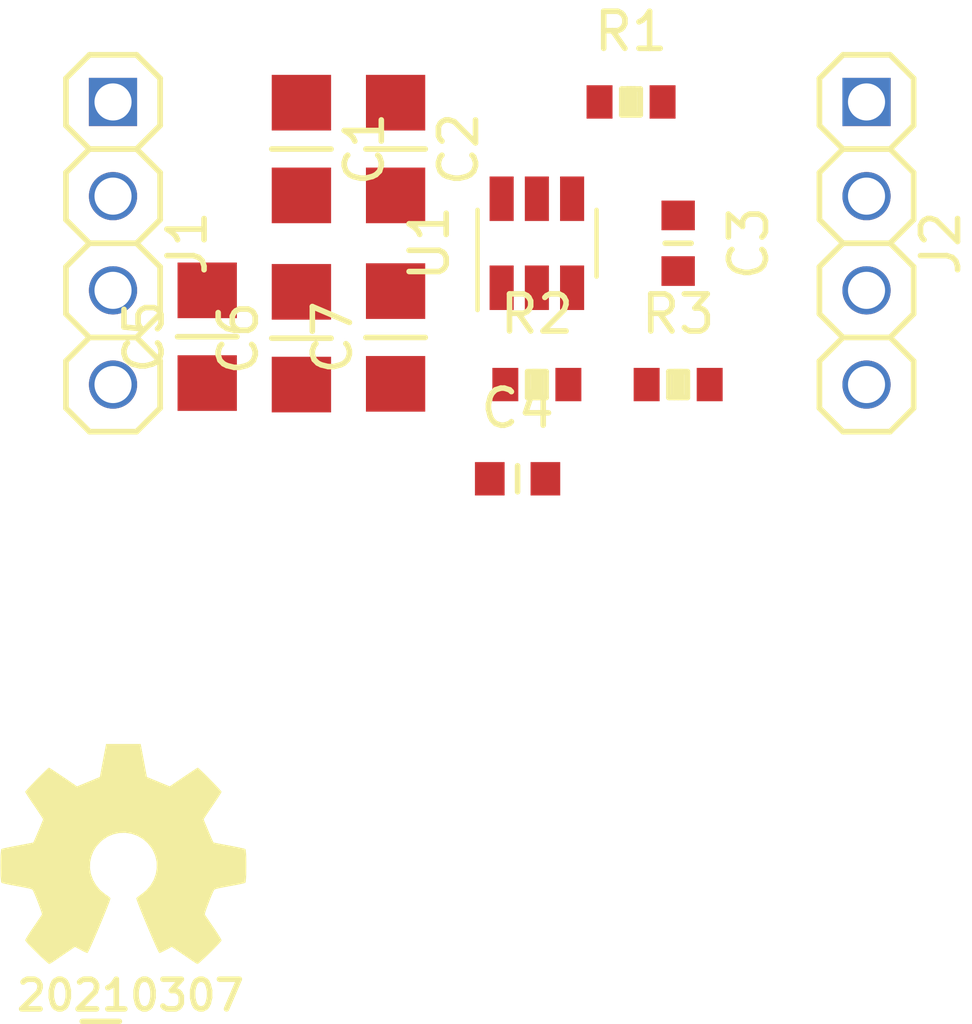
<source format=kicad_pcb>
(kicad_pcb (version 20171130) (host pcbnew 5.1.9-73d0e3b20d~88~ubuntu20.10.1)

  (general
    (thickness 1.6)
    (drawings 0)
    (tracks 0)
    (zones 0)
    (modules 15)
    (nets 9)
  )

  (page A4)
  (layers
    (0 F.Cu signal)
    (31 B.Cu signal)
    (32 B.Adhes user)
    (33 F.Adhes user)
    (34 B.Paste user)
    (35 F.Paste user)
    (36 B.SilkS user)
    (37 F.SilkS user)
    (38 B.Mask user)
    (39 F.Mask user)
    (40 Dwgs.User user)
    (41 Cmts.User user)
    (42 Eco1.User user)
    (43 Eco2.User user)
    (44 Edge.Cuts user)
    (45 Margin user)
    (46 B.CrtYd user)
    (47 F.CrtYd user)
    (48 B.Fab user)
    (49 F.Fab user)
  )

  (setup
    (last_trace_width 0.25)
    (user_trace_width 0.2)
    (user_trace_width 0.3)
    (user_trace_width 0.4)
    (user_trace_width 0.6)
    (user_trace_width 0.8)
    (user_trace_width 1)
    (user_trace_width 1.2)
    (user_trace_width 1.4)
    (user_trace_width 1.6)
    (user_trace_width 2)
    (trace_clearance 0.2)
    (zone_clearance 0.508)
    (zone_45_only no)
    (trace_min 0.1524)
    (via_size 0.8)
    (via_drill 0.4)
    (via_min_size 0.381)
    (via_min_drill 0.254)
    (user_via 0.4 0.254)
    (user_via 0.5 0.3)
    (user_via 0.6 0.4)
    (user_via 0.8 0.6)
    (user_via 1.1 0.8)
    (user_via 1.3 1)
    (user_via 1.5 1.2)
    (user_via 1.7 1.4)
    (user_via 1.9 1.6)
    (user_via 2.5 2)
    (uvia_size 0.3)
    (uvia_drill 0.1)
    (uvias_allowed no)
    (uvia_min_size 0.2)
    (uvia_min_drill 0.1)
    (edge_width 0.05)
    (segment_width 0.2)
    (pcb_text_width 0.3)
    (pcb_text_size 1.5 1.5)
    (mod_edge_width 0.12)
    (mod_text_size 0.8 0.8)
    (mod_text_width 0.12)
    (pad_size 1.524 1.524)
    (pad_drill 0.762)
    (pad_to_mask_clearance 0.0762)
    (solder_mask_min_width 0.1016)
    (pad_to_paste_clearance_ratio -0.1)
    (aux_axis_origin 0 0)
    (visible_elements FFFFFF7F)
    (pcbplotparams
      (layerselection 0x010fc_ffffffff)
      (usegerberextensions false)
      (usegerberattributes true)
      (usegerberadvancedattributes true)
      (creategerberjobfile true)
      (excludeedgelayer true)
      (linewidth 0.100000)
      (plotframeref false)
      (viasonmask false)
      (mode 1)
      (useauxorigin false)
      (hpglpennumber 1)
      (hpglpenspeed 20)
      (hpglpendiameter 15.000000)
      (psnegative false)
      (psa4output false)
      (plotreference true)
      (plotvalue true)
      (plotinvisibletext false)
      (padsonsilk false)
      (subtractmaskfromsilk false)
      (outputformat 1)
      (mirror false)
      (drillshape 1)
      (scaleselection 1)
      (outputdirectory ""))
  )

  (net 0 "")
  (net 1 /GND)
  (net 2 /Vin)
  (net 3 "Net-(C3-Pad2)")
  (net 4 "Net-(C3-Pad1)")
  (net 5 /FB)
  (net 6 /Vout)
  (net 7 /Enable)
  (net 8 "Net-(R1-Pad1)")

  (net_class Default "This is the default net class."
    (clearance 0.2)
    (trace_width 0.25)
    (via_dia 0.8)
    (via_drill 0.4)
    (uvia_dia 0.3)
    (uvia_drill 0.1)
    (add_net /Enable)
    (add_net /FB)
    (add_net /GND)
    (add_net /Vin)
    (add_net /Vout)
    (add_net "Net-(C3-Pad1)")
    (add_net "Net-(C3-Pad2)")
    (add_net "Net-(R1-Pad1)")
  )

  (module SquantorIC:SOT23-6-HAND (layer F.Cu) (tedit 5B5CAE84) (tstamp 60450405)
    (at 149.86 71.12 90)
    (descr "6-pin SOT-23 package")
    (tags SOT-23-6)
    (path /6045A670)
    (attr smd)
    (fp_text reference U1 (at 0 -2.9 90) (layer F.SilkS)
      (effects (font (size 1 1) (thickness 0.15)))
    )
    (fp_text value SY8120 (at 0 2.9 90) (layer F.Fab)
      (effects (font (size 1 1) (thickness 0.15)))
    )
    (fp_text user %R (at 0 0) (layer F.Fab)
      (effects (font (size 0.5 0.5) (thickness 0.075)))
    )
    (fp_line (start -0.9 1.61) (end 0.9 1.61) (layer F.SilkS) (width 0.12))
    (fp_line (start 0.9 -1.6) (end -1.8 -1.6) (layer F.SilkS) (width 0.12))
    (fp_line (start 2.1 -1.8) (end -2.1 -1.8) (layer F.CrtYd) (width 0.05))
    (fp_line (start 2.1 1.8) (end 2.1 -1.8) (layer F.CrtYd) (width 0.05))
    (fp_line (start -2.1 1.8) (end 2.1 1.8) (layer F.CrtYd) (width 0.05))
    (fp_line (start -2.1 -1.8) (end -2.1 1.8) (layer F.CrtYd) (width 0.05))
    (fp_line (start -0.9 -0.9) (end -0.25 -1.55) (layer F.Fab) (width 0.1))
    (fp_line (start 0.9 -1.55) (end -0.25 -1.55) (layer F.Fab) (width 0.1))
    (fp_line (start -0.9 -0.9) (end -0.9 1.55) (layer F.Fab) (width 0.1))
    (fp_line (start 0.9 1.55) (end -0.9 1.55) (layer F.Fab) (width 0.1))
    (fp_line (start 0.9 -1.55) (end 0.9 1.55) (layer F.Fab) (width 0.1))
    (pad 5 smd rect (at 1.2 0 90) (size 1.2 0.65) (layers F.Cu F.Paste F.Mask)
      (net 2 /Vin))
    (pad 6 smd rect (at 1.2 -0.95 90) (size 1.2 0.65) (layers F.Cu F.Paste F.Mask)
      (net 4 "Net-(C3-Pad1)"))
    (pad 4 smd rect (at 1.2 0.95 90) (size 1.2 0.65) (layers F.Cu F.Paste F.Mask)
      (net 8 "Net-(R1-Pad1)"))
    (pad 3 smd rect (at -1.2 0.95 90) (size 1.2 0.65) (layers F.Cu F.Paste F.Mask)
      (net 5 /FB))
    (pad 2 smd rect (at -1.2 0 90) (size 1.2 0.65) (layers F.Cu F.Paste F.Mask)
      (net 1 /GND))
    (pad 1 smd rect (at -1.2 -0.95 90) (size 1.2 0.65) (layers F.Cu F.Paste F.Mask)
      (net 3 "Net-(C3-Pad2)"))
    (model ${KISYS3DMOD}/Package_TO_SOT_SMD.3dshapes/SOT-23-6.wrl
      (at (xyz 0 0 0))
      (scale (xyz 1 1 1))
      (rotate (xyz 0 0 0))
    )
  )

  (module SquantorRcl:R_0603_hand (layer F.Cu) (tedit 5D440259) (tstamp 604503EF)
    (at 153.67 74.93)
    (descr "Resistor SMD 0603, reflow soldering, Vishay (see dcrcw.pdf)")
    (tags "resistor 0603")
    (path /60468BED)
    (attr smd)
    (fp_text reference R3 (at 0 -1.9) (layer F.SilkS)
      (effects (font (size 1 1) (thickness 0.15)))
    )
    (fp_text value 22K (at 0 1.9) (layer F.Fab)
      (effects (font (size 1 1) (thickness 0.15)))
    )
    (fp_line (start -0.8 0.4) (end -0.8 -0.4) (layer F.Fab) (width 0.1))
    (fp_line (start 0.8 0.4) (end -0.8 0.4) (layer F.Fab) (width 0.1))
    (fp_line (start 0.8 -0.4) (end 0.8 0.4) (layer F.Fab) (width 0.1))
    (fp_line (start -0.8 -0.4) (end 0.8 -0.4) (layer F.Fab) (width 0.1))
    (fp_line (start -1.45 -0.75) (end 1.45 -0.75) (layer F.CrtYd) (width 0.05))
    (fp_line (start -1.45 0.75) (end 1.45 0.75) (layer F.CrtYd) (width 0.05))
    (fp_line (start -1.45 -0.75) (end -1.45 0.75) (layer F.CrtYd) (width 0.05))
    (fp_line (start 1.45 -0.75) (end 1.45 0.75) (layer F.CrtYd) (width 0.05))
    (fp_line (start 0.25 -0.35) (end 0.25 0.35) (layer F.SilkS) (width 0.15))
    (fp_line (start -0.25 0.35) (end -0.25 -0.35) (layer F.SilkS) (width 0.15))
    (fp_line (start -0.25 -0.35) (end 0.25 -0.35) (layer F.SilkS) (width 0.15))
    (fp_line (start 0.25 0.35) (end -0.25 0.35) (layer F.SilkS) (width 0.15))
    (fp_line (start -0.1 0.35) (end -0.1 -0.35) (layer F.SilkS) (width 0.15))
    (fp_line (start -0.1 -0.35) (end 0.1 -0.35) (layer F.SilkS) (width 0.15))
    (fp_line (start 0.1 -0.35) (end 0.1 0.35) (layer F.SilkS) (width 0.15))
    (fp_line (start 0 0.35) (end 0 -0.35) (layer F.SilkS) (width 0.15))
    (pad 2 smd rect (at 0.85 0) (size 0.7 0.9) (layers F.Cu F.Paste F.Mask)
      (net 1 /GND))
    (pad 1 smd rect (at -0.85 0) (size 0.7 0.9) (layers F.Cu F.Paste F.Mask)
      (net 5 /FB))
    (model ${KISYS3DMOD}/Resistor_SMD.3dshapes/R_0603_1608Metric.step
      (at (xyz 0 0 0))
      (scale (xyz 1 1 1))
      (rotate (xyz 0 0 0))
    )
  )

  (module SquantorRcl:R_0603_hand (layer F.Cu) (tedit 5D440259) (tstamp 604503D9)
    (at 149.86 74.93)
    (descr "Resistor SMD 0603, reflow soldering, Vishay (see dcrcw.pdf)")
    (tags "resistor 0603")
    (path /60468835)
    (attr smd)
    (fp_text reference R2 (at 0 -1.9) (layer F.SilkS)
      (effects (font (size 1 1) (thickness 0.15)))
    )
    (fp_text value 100K (at 0 1.9) (layer F.Fab)
      (effects (font (size 1 1) (thickness 0.15)))
    )
    (fp_line (start -0.8 0.4) (end -0.8 -0.4) (layer F.Fab) (width 0.1))
    (fp_line (start 0.8 0.4) (end -0.8 0.4) (layer F.Fab) (width 0.1))
    (fp_line (start 0.8 -0.4) (end 0.8 0.4) (layer F.Fab) (width 0.1))
    (fp_line (start -0.8 -0.4) (end 0.8 -0.4) (layer F.Fab) (width 0.1))
    (fp_line (start -1.45 -0.75) (end 1.45 -0.75) (layer F.CrtYd) (width 0.05))
    (fp_line (start -1.45 0.75) (end 1.45 0.75) (layer F.CrtYd) (width 0.05))
    (fp_line (start -1.45 -0.75) (end -1.45 0.75) (layer F.CrtYd) (width 0.05))
    (fp_line (start 1.45 -0.75) (end 1.45 0.75) (layer F.CrtYd) (width 0.05))
    (fp_line (start 0.25 -0.35) (end 0.25 0.35) (layer F.SilkS) (width 0.15))
    (fp_line (start -0.25 0.35) (end -0.25 -0.35) (layer F.SilkS) (width 0.15))
    (fp_line (start -0.25 -0.35) (end 0.25 -0.35) (layer F.SilkS) (width 0.15))
    (fp_line (start 0.25 0.35) (end -0.25 0.35) (layer F.SilkS) (width 0.15))
    (fp_line (start -0.1 0.35) (end -0.1 -0.35) (layer F.SilkS) (width 0.15))
    (fp_line (start -0.1 -0.35) (end 0.1 -0.35) (layer F.SilkS) (width 0.15))
    (fp_line (start 0.1 -0.35) (end 0.1 0.35) (layer F.SilkS) (width 0.15))
    (fp_line (start 0 0.35) (end 0 -0.35) (layer F.SilkS) (width 0.15))
    (pad 2 smd rect (at 0.85 0) (size 0.7 0.9) (layers F.Cu F.Paste F.Mask)
      (net 5 /FB))
    (pad 1 smd rect (at -0.85 0) (size 0.7 0.9) (layers F.Cu F.Paste F.Mask)
      (net 6 /Vout))
    (model ${KISYS3DMOD}/Resistor_SMD.3dshapes/R_0603_1608Metric.step
      (at (xyz 0 0 0))
      (scale (xyz 1 1 1))
      (rotate (xyz 0 0 0))
    )
  )

  (module SquantorRcl:R_0603_hand (layer F.Cu) (tedit 5D440259) (tstamp 604503C3)
    (at 152.4 67.31)
    (descr "Resistor SMD 0603, reflow soldering, Vishay (see dcrcw.pdf)")
    (tags "resistor 0603")
    (path /6045FBF2)
    (attr smd)
    (fp_text reference R1 (at 0 -1.9) (layer F.SilkS)
      (effects (font (size 1 1) (thickness 0.15)))
    )
    (fp_text value 100 (at 0 1.9) (layer F.Fab)
      (effects (font (size 1 1) (thickness 0.15)))
    )
    (fp_line (start -0.8 0.4) (end -0.8 -0.4) (layer F.Fab) (width 0.1))
    (fp_line (start 0.8 0.4) (end -0.8 0.4) (layer F.Fab) (width 0.1))
    (fp_line (start 0.8 -0.4) (end 0.8 0.4) (layer F.Fab) (width 0.1))
    (fp_line (start -0.8 -0.4) (end 0.8 -0.4) (layer F.Fab) (width 0.1))
    (fp_line (start -1.45 -0.75) (end 1.45 -0.75) (layer F.CrtYd) (width 0.05))
    (fp_line (start -1.45 0.75) (end 1.45 0.75) (layer F.CrtYd) (width 0.05))
    (fp_line (start -1.45 -0.75) (end -1.45 0.75) (layer F.CrtYd) (width 0.05))
    (fp_line (start 1.45 -0.75) (end 1.45 0.75) (layer F.CrtYd) (width 0.05))
    (fp_line (start 0.25 -0.35) (end 0.25 0.35) (layer F.SilkS) (width 0.15))
    (fp_line (start -0.25 0.35) (end -0.25 -0.35) (layer F.SilkS) (width 0.15))
    (fp_line (start -0.25 -0.35) (end 0.25 -0.35) (layer F.SilkS) (width 0.15))
    (fp_line (start 0.25 0.35) (end -0.25 0.35) (layer F.SilkS) (width 0.15))
    (fp_line (start -0.1 0.35) (end -0.1 -0.35) (layer F.SilkS) (width 0.15))
    (fp_line (start -0.1 -0.35) (end 0.1 -0.35) (layer F.SilkS) (width 0.15))
    (fp_line (start 0.1 -0.35) (end 0.1 0.35) (layer F.SilkS) (width 0.15))
    (fp_line (start 0 0.35) (end 0 -0.35) (layer F.SilkS) (width 0.15))
    (pad 2 smd rect (at 0.85 0) (size 0.7 0.9) (layers F.Cu F.Paste F.Mask)
      (net 7 /Enable))
    (pad 1 smd rect (at -0.85 0) (size 0.7 0.9) (layers F.Cu F.Paste F.Mask)
      (net 8 "Net-(R1-Pad1)"))
    (model ${KISYS3DMOD}/Resistor_SMD.3dshapes/R_0603_1608Metric.step
      (at (xyz 0 0 0))
      (scale (xyz 1 1 1))
      (rotate (xyz 0 0 0))
    )
  )

  (module SquantorConnectors:Header-0254-1X04-H010 (layer F.Cu) (tedit 5BE2004D) (tstamp 604503A1)
    (at 158.75 71.12 270)
    (descr "PIN HEADER")
    (tags "PIN HEADER")
    (path /604501E9)
    (attr virtual)
    (fp_text reference J2 (at 0 -2 90) (layer F.SilkS)
      (effects (font (size 1 1) (thickness 0.15)))
    )
    (fp_text value Conn_01x04 (at 0 2.2 90) (layer F.Fab)
      (effects (font (size 1 1) (thickness 0.15)))
    )
    (fp_line (start 0 -0.635) (end 0.635 -1.27) (layer F.SilkS) (width 0.1524))
    (fp_line (start 0.635 -1.27) (end 1.905 -1.27) (layer F.SilkS) (width 0.1524))
    (fp_line (start 1.905 -1.27) (end 2.54 -0.635) (layer F.SilkS) (width 0.1524))
    (fp_line (start 2.54 -0.635) (end 2.54 0.635) (layer F.SilkS) (width 0.1524))
    (fp_line (start 2.54 0.635) (end 1.905 1.27) (layer F.SilkS) (width 0.1524))
    (fp_line (start 1.905 1.27) (end 0.635 1.27) (layer F.SilkS) (width 0.1524))
    (fp_line (start 0.635 1.27) (end 0 0.635) (layer F.SilkS) (width 0.1524))
    (fp_line (start -4.445 -1.27) (end -3.175 -1.27) (layer F.SilkS) (width 0.1524))
    (fp_line (start -3.175 -1.27) (end -2.54 -0.635) (layer F.SilkS) (width 0.1524))
    (fp_line (start -2.54 -0.635) (end -2.54 0.635) (layer F.SilkS) (width 0.1524))
    (fp_line (start -2.54 0.635) (end -3.175 1.27) (layer F.SilkS) (width 0.1524))
    (fp_line (start -2.54 -0.635) (end -1.905 -1.27) (layer F.SilkS) (width 0.1524))
    (fp_line (start -1.905 -1.27) (end -0.635 -1.27) (layer F.SilkS) (width 0.1524))
    (fp_line (start -0.635 -1.27) (end 0 -0.635) (layer F.SilkS) (width 0.1524))
    (fp_line (start 0 -0.635) (end 0 0.635) (layer F.SilkS) (width 0.1524))
    (fp_line (start 0 0.635) (end -0.635 1.27) (layer F.SilkS) (width 0.1524))
    (fp_line (start -0.635 1.27) (end -1.905 1.27) (layer F.SilkS) (width 0.1524))
    (fp_line (start -1.905 1.27) (end -2.54 0.635) (layer F.SilkS) (width 0.1524))
    (fp_line (start -5.08 -0.635) (end -5.08 0.635) (layer F.SilkS) (width 0.1524))
    (fp_line (start -4.445 -1.27) (end -5.08 -0.635) (layer F.SilkS) (width 0.1524))
    (fp_line (start -5.08 0.635) (end -4.445 1.27) (layer F.SilkS) (width 0.1524))
    (fp_line (start -3.175 1.27) (end -4.445 1.27) (layer F.SilkS) (width 0.1524))
    (fp_line (start 3.175 -1.27) (end 4.445 -1.27) (layer F.SilkS) (width 0.1524))
    (fp_line (start 4.445 -1.27) (end 5.08 -0.635) (layer F.SilkS) (width 0.1524))
    (fp_line (start 5.08 -0.635) (end 5.08 0.635) (layer F.SilkS) (width 0.1524))
    (fp_line (start 5.08 0.635) (end 4.445 1.27) (layer F.SilkS) (width 0.1524))
    (fp_line (start 3.175 -1.27) (end 2.54 -0.635) (layer F.SilkS) (width 0.1524))
    (fp_line (start 2.54 0.635) (end 3.175 1.27) (layer F.SilkS) (width 0.1524))
    (fp_line (start 4.445 1.27) (end 3.175 1.27) (layer F.SilkS) (width 0.1524))
    (pad 4 thru_hole circle (at 3.81 0 90) (size 1.3 1.3) (drill 1) (layers *.Cu *.Mask)
      (net 7 /Enable))
    (pad 3 thru_hole circle (at 1.27 0 90) (size 1.3 1.3) (drill 1) (layers *.Cu *.Mask)
      (net 6 /Vout))
    (pad 2 thru_hole circle (at -1.27 0 90) (size 1.3 1.3) (drill 1) (layers *.Cu *.Mask)
      (net 1 /GND))
    (pad 1 thru_hole rect (at -3.81 0 90) (size 1.3 1.3) (drill 1) (layers *.Cu *.Mask)
      (net 2 /Vin))
  )

  (module SquantorConnectors:Header-0254-1X04-H010 (layer F.Cu) (tedit 5BE2004D) (tstamp 6045037C)
    (at 138.43 71.12 270)
    (descr "PIN HEADER")
    (tags "PIN HEADER")
    (path /6044F509)
    (attr virtual)
    (fp_text reference J1 (at 0 -2 90) (layer F.SilkS)
      (effects (font (size 1 1) (thickness 0.15)))
    )
    (fp_text value Conn_01x04 (at 0 2.2 90) (layer F.Fab)
      (effects (font (size 1 1) (thickness 0.15)))
    )
    (fp_line (start 0 -0.635) (end 0.635 -1.27) (layer F.SilkS) (width 0.1524))
    (fp_line (start 0.635 -1.27) (end 1.905 -1.27) (layer F.SilkS) (width 0.1524))
    (fp_line (start 1.905 -1.27) (end 2.54 -0.635) (layer F.SilkS) (width 0.1524))
    (fp_line (start 2.54 -0.635) (end 2.54 0.635) (layer F.SilkS) (width 0.1524))
    (fp_line (start 2.54 0.635) (end 1.905 1.27) (layer F.SilkS) (width 0.1524))
    (fp_line (start 1.905 1.27) (end 0.635 1.27) (layer F.SilkS) (width 0.1524))
    (fp_line (start 0.635 1.27) (end 0 0.635) (layer F.SilkS) (width 0.1524))
    (fp_line (start -4.445 -1.27) (end -3.175 -1.27) (layer F.SilkS) (width 0.1524))
    (fp_line (start -3.175 -1.27) (end -2.54 -0.635) (layer F.SilkS) (width 0.1524))
    (fp_line (start -2.54 -0.635) (end -2.54 0.635) (layer F.SilkS) (width 0.1524))
    (fp_line (start -2.54 0.635) (end -3.175 1.27) (layer F.SilkS) (width 0.1524))
    (fp_line (start -2.54 -0.635) (end -1.905 -1.27) (layer F.SilkS) (width 0.1524))
    (fp_line (start -1.905 -1.27) (end -0.635 -1.27) (layer F.SilkS) (width 0.1524))
    (fp_line (start -0.635 -1.27) (end 0 -0.635) (layer F.SilkS) (width 0.1524))
    (fp_line (start 0 -0.635) (end 0 0.635) (layer F.SilkS) (width 0.1524))
    (fp_line (start 0 0.635) (end -0.635 1.27) (layer F.SilkS) (width 0.1524))
    (fp_line (start -0.635 1.27) (end -1.905 1.27) (layer F.SilkS) (width 0.1524))
    (fp_line (start -1.905 1.27) (end -2.54 0.635) (layer F.SilkS) (width 0.1524))
    (fp_line (start -5.08 -0.635) (end -5.08 0.635) (layer F.SilkS) (width 0.1524))
    (fp_line (start -4.445 -1.27) (end -5.08 -0.635) (layer F.SilkS) (width 0.1524))
    (fp_line (start -5.08 0.635) (end -4.445 1.27) (layer F.SilkS) (width 0.1524))
    (fp_line (start -3.175 1.27) (end -4.445 1.27) (layer F.SilkS) (width 0.1524))
    (fp_line (start 3.175 -1.27) (end 4.445 -1.27) (layer F.SilkS) (width 0.1524))
    (fp_line (start 4.445 -1.27) (end 5.08 -0.635) (layer F.SilkS) (width 0.1524))
    (fp_line (start 5.08 -0.635) (end 5.08 0.635) (layer F.SilkS) (width 0.1524))
    (fp_line (start 5.08 0.635) (end 4.445 1.27) (layer F.SilkS) (width 0.1524))
    (fp_line (start 3.175 -1.27) (end 2.54 -0.635) (layer F.SilkS) (width 0.1524))
    (fp_line (start 2.54 0.635) (end 3.175 1.27) (layer F.SilkS) (width 0.1524))
    (fp_line (start 4.445 1.27) (end 3.175 1.27) (layer F.SilkS) (width 0.1524))
    (pad 4 thru_hole circle (at 3.81 0 90) (size 1.3 1.3) (drill 1) (layers *.Cu *.Mask)
      (net 7 /Enable))
    (pad 3 thru_hole circle (at 1.27 0 90) (size 1.3 1.3) (drill 1) (layers *.Cu *.Mask)
      (net 6 /Vout))
    (pad 2 thru_hole circle (at -1.27 0 90) (size 1.3 1.3) (drill 1) (layers *.Cu *.Mask)
      (net 1 /GND))
    (pad 1 thru_hole rect (at -3.81 0 90) (size 1.3 1.3) (drill 1) (layers *.Cu *.Mask)
      (net 2 /Vin))
  )

  (module SquantorRcl:C_1206_0805 (layer F.Cu) (tedit 6044FCB3) (tstamp 60450357)
    (at 146.05 73.66 90)
    (descr "Capacitor SMD 1206 and 0805")
    (tags "capacitor 1206&0805 dual footprint")
    (path /60480BED)
    (attr smd)
    (fp_text reference C7 (at 0 -1.7 90) (layer F.SilkS)
      (effects (font (size 1 1) (thickness 0.15)))
    )
    (fp_text value 10u (at 0 1.8 90) (layer F.Fab)
      (effects (font (size 1 1) (thickness 0.15)))
    )
    (fp_line (start -1.6 0.8) (end -1.6 -0.8) (layer F.Fab) (width 0.15))
    (fp_line (start 1.6 0.8) (end -1.6 0.8) (layer F.Fab) (width 0.15))
    (fp_line (start 1.6 -0.8) (end 1.6 0.8) (layer F.Fab) (width 0.15))
    (fp_line (start -1.6 -0.8) (end 1.6 -0.8) (layer F.Fab) (width 0.15))
    (fp_line (start -2.3 -1.15) (end 2.3 -1.15) (layer F.CrtYd) (width 0.05))
    (fp_line (start -2.3 1.15) (end 2.3 1.15) (layer F.CrtYd) (width 0.05))
    (fp_line (start -2.3 -1.15) (end -2.3 1.15) (layer F.CrtYd) (width 0.05))
    (fp_line (start 2.3 -1.15) (end 2.3 1.15) (layer F.CrtYd) (width 0.05))
    (fp_line (start 0 -0.8) (end 0 0.8) (layer F.SilkS) (width 0.15))
    (pad 2 smd rect (at 1.25 0 90) (size 1.5 1.6) (layers F.Cu F.Paste F.Mask)
      (net 1 /GND))
    (pad 1 smd rect (at -1.25 0 90) (size 1.5 1.6) (layers F.Cu F.Paste F.Mask)
      (net 6 /Vout))
    (model Capacitors_SMD.3dshapes/C_1206.wrl
      (at (xyz 0 0 0))
      (scale (xyz 1 1 1))
      (rotate (xyz 0 0 0))
    )
  )

  (module SquantorRcl:C_1206_0805 (layer F.Cu) (tedit 6044FCB3) (tstamp 60450348)
    (at 143.51 73.68 90)
    (descr "Capacitor SMD 1206 and 0805")
    (tags "capacitor 1206&0805 dual footprint")
    (path /60479F08)
    (attr smd)
    (fp_text reference C6 (at 0 -1.7 90) (layer F.SilkS)
      (effects (font (size 1 1) (thickness 0.15)))
    )
    (fp_text value 10u (at 0 1.8 90) (layer F.Fab)
      (effects (font (size 1 1) (thickness 0.15)))
    )
    (fp_line (start -1.6 0.8) (end -1.6 -0.8) (layer F.Fab) (width 0.15))
    (fp_line (start 1.6 0.8) (end -1.6 0.8) (layer F.Fab) (width 0.15))
    (fp_line (start 1.6 -0.8) (end 1.6 0.8) (layer F.Fab) (width 0.15))
    (fp_line (start -1.6 -0.8) (end 1.6 -0.8) (layer F.Fab) (width 0.15))
    (fp_line (start -2.3 -1.15) (end 2.3 -1.15) (layer F.CrtYd) (width 0.05))
    (fp_line (start -2.3 1.15) (end 2.3 1.15) (layer F.CrtYd) (width 0.05))
    (fp_line (start -2.3 -1.15) (end -2.3 1.15) (layer F.CrtYd) (width 0.05))
    (fp_line (start 2.3 -1.15) (end 2.3 1.15) (layer F.CrtYd) (width 0.05))
    (fp_line (start 0 -0.8) (end 0 0.8) (layer F.SilkS) (width 0.15))
    (pad 2 smd rect (at 1.25 0 90) (size 1.5 1.6) (layers F.Cu F.Paste F.Mask)
      (net 1 /GND))
    (pad 1 smd rect (at -1.25 0 90) (size 1.5 1.6) (layers F.Cu F.Paste F.Mask)
      (net 6 /Vout))
    (model Capacitors_SMD.3dshapes/C_1206.wrl
      (at (xyz 0 0 0))
      (scale (xyz 1 1 1))
      (rotate (xyz 0 0 0))
    )
  )

  (module SquantorRcl:C_1206_0805 (layer F.Cu) (tedit 6044FCB3) (tstamp 60450339)
    (at 140.97 73.64 90)
    (descr "Capacitor SMD 1206 and 0805")
    (tags "capacitor 1206&0805 dual footprint")
    (path /60479F12)
    (attr smd)
    (fp_text reference C5 (at 0 -1.7 90) (layer F.SilkS)
      (effects (font (size 1 1) (thickness 0.15)))
    )
    (fp_text value 10u (at 0 1.8 90) (layer F.Fab)
      (effects (font (size 1 1) (thickness 0.15)))
    )
    (fp_line (start -1.6 0.8) (end -1.6 -0.8) (layer F.Fab) (width 0.15))
    (fp_line (start 1.6 0.8) (end -1.6 0.8) (layer F.Fab) (width 0.15))
    (fp_line (start 1.6 -0.8) (end 1.6 0.8) (layer F.Fab) (width 0.15))
    (fp_line (start -1.6 -0.8) (end 1.6 -0.8) (layer F.Fab) (width 0.15))
    (fp_line (start -2.3 -1.15) (end 2.3 -1.15) (layer F.CrtYd) (width 0.05))
    (fp_line (start -2.3 1.15) (end 2.3 1.15) (layer F.CrtYd) (width 0.05))
    (fp_line (start -2.3 -1.15) (end -2.3 1.15) (layer F.CrtYd) (width 0.05))
    (fp_line (start 2.3 -1.15) (end 2.3 1.15) (layer F.CrtYd) (width 0.05))
    (fp_line (start 0 -0.8) (end 0 0.8) (layer F.SilkS) (width 0.15))
    (pad 2 smd rect (at 1.25 0 90) (size 1.5 1.6) (layers F.Cu F.Paste F.Mask)
      (net 1 /GND))
    (pad 1 smd rect (at -1.25 0 90) (size 1.5 1.6) (layers F.Cu F.Paste F.Mask)
      (net 6 /Vout))
    (model Capacitors_SMD.3dshapes/C_1206.wrl
      (at (xyz 0 0 0))
      (scale (xyz 1 1 1))
      (rotate (xyz 0 0 0))
    )
  )

  (module SquantorRcl:C_0603 (layer F.Cu) (tedit 5D4422AA) (tstamp 6045032A)
    (at 149.34 77.47)
    (descr "Capacitor SMD 0603, reflow soldering, AVX (see smccp.pdf)")
    (tags "capacitor 0603")
    (path /60469422)
    (attr smd)
    (fp_text reference C4 (at 0 -1.9) (layer F.SilkS)
      (effects (font (size 1 1) (thickness 0.15)))
    )
    (fp_text value 47p (at 0 1.9) (layer F.Fab)
      (effects (font (size 1 1) (thickness 0.15)))
    )
    (fp_line (start -0.8 0.4) (end -0.8 -0.4) (layer F.Fab) (width 0.1))
    (fp_line (start 0.8 0.4) (end -0.8 0.4) (layer F.Fab) (width 0.1))
    (fp_line (start 0.8 -0.4) (end 0.8 0.4) (layer F.Fab) (width 0.1))
    (fp_line (start -0.8 -0.4) (end 0.8 -0.4) (layer F.Fab) (width 0.1))
    (fp_line (start -1.4 -0.7) (end 1.4 -0.7) (layer F.CrtYd) (width 0.05))
    (fp_line (start -1.4 0.7) (end 1.4 0.7) (layer F.CrtYd) (width 0.05))
    (fp_line (start -1.4 -0.7) (end -1.4 0.7) (layer F.CrtYd) (width 0.05))
    (fp_line (start 1.4 -0.7) (end 1.4 0.7) (layer F.CrtYd) (width 0.05))
    (fp_line (start 0 -0.35) (end 0 0.35) (layer F.SilkS) (width 0.15))
    (pad 2 smd rect (at 0.75 0) (size 0.8 0.9) (layers F.Cu F.Paste F.Mask)
      (net 5 /FB))
    (pad 1 smd rect (at -0.75 0) (size 0.8 0.9) (layers F.Cu F.Paste F.Mask)
      (net 6 /Vout))
    (model ${KISYS3DMOD}/Capacitor_SMD.3dshapes/C_0603_1608Metric.step
      (at (xyz 0 0 0))
      (scale (xyz 1 1 1))
      (rotate (xyz 0 0 0))
    )
  )

  (module SquantorRcl:C_0603 (layer F.Cu) (tedit 5D4422AA) (tstamp 6045031B)
    (at 153.67 71.12 270)
    (descr "Capacitor SMD 0603, reflow soldering, AVX (see smccp.pdf)")
    (tags "capacitor 0603")
    (path /6045BB0D)
    (attr smd)
    (fp_text reference C3 (at 0 -1.9 90) (layer F.SilkS)
      (effects (font (size 1 1) (thickness 0.15)))
    )
    (fp_text value 100n (at 0 1.9 90) (layer F.Fab)
      (effects (font (size 1 1) (thickness 0.15)))
    )
    (fp_line (start -0.8 0.4) (end -0.8 -0.4) (layer F.Fab) (width 0.1))
    (fp_line (start 0.8 0.4) (end -0.8 0.4) (layer F.Fab) (width 0.1))
    (fp_line (start 0.8 -0.4) (end 0.8 0.4) (layer F.Fab) (width 0.1))
    (fp_line (start -0.8 -0.4) (end 0.8 -0.4) (layer F.Fab) (width 0.1))
    (fp_line (start -1.4 -0.7) (end 1.4 -0.7) (layer F.CrtYd) (width 0.05))
    (fp_line (start -1.4 0.7) (end 1.4 0.7) (layer F.CrtYd) (width 0.05))
    (fp_line (start -1.4 -0.7) (end -1.4 0.7) (layer F.CrtYd) (width 0.05))
    (fp_line (start 1.4 -0.7) (end 1.4 0.7) (layer F.CrtYd) (width 0.05))
    (fp_line (start 0 -0.35) (end 0 0.35) (layer F.SilkS) (width 0.15))
    (pad 2 smd rect (at 0.75 0 270) (size 0.8 0.9) (layers F.Cu F.Paste F.Mask)
      (net 3 "Net-(C3-Pad2)"))
    (pad 1 smd rect (at -0.75 0 270) (size 0.8 0.9) (layers F.Cu F.Paste F.Mask)
      (net 4 "Net-(C3-Pad1)"))
    (model ${KISYS3DMOD}/Capacitor_SMD.3dshapes/C_0603_1608Metric.step
      (at (xyz 0 0 0))
      (scale (xyz 1 1 1))
      (rotate (xyz 0 0 0))
    )
  )

  (module SquantorRcl:C_1206_0805 (layer F.Cu) (tedit 6044FCB3) (tstamp 6045030C)
    (at 146.05 68.58 270)
    (descr "Capacitor SMD 1206 and 0805")
    (tags "capacitor 1206&0805 dual footprint")
    (path /60473302)
    (attr smd)
    (fp_text reference C2 (at 0 -1.7 90) (layer F.SilkS)
      (effects (font (size 1 1) (thickness 0.15)))
    )
    (fp_text value 10u (at 0 1.8 90) (layer F.Fab)
      (effects (font (size 1 1) (thickness 0.15)))
    )
    (fp_line (start -1.6 0.8) (end -1.6 -0.8) (layer F.Fab) (width 0.15))
    (fp_line (start 1.6 0.8) (end -1.6 0.8) (layer F.Fab) (width 0.15))
    (fp_line (start 1.6 -0.8) (end 1.6 0.8) (layer F.Fab) (width 0.15))
    (fp_line (start -1.6 -0.8) (end 1.6 -0.8) (layer F.Fab) (width 0.15))
    (fp_line (start -2.3 -1.15) (end 2.3 -1.15) (layer F.CrtYd) (width 0.05))
    (fp_line (start -2.3 1.15) (end 2.3 1.15) (layer F.CrtYd) (width 0.05))
    (fp_line (start -2.3 -1.15) (end -2.3 1.15) (layer F.CrtYd) (width 0.05))
    (fp_line (start 2.3 -1.15) (end 2.3 1.15) (layer F.CrtYd) (width 0.05))
    (fp_line (start 0 -0.8) (end 0 0.8) (layer F.SilkS) (width 0.15))
    (pad 2 smd rect (at 1.25 0 270) (size 1.5 1.6) (layers F.Cu F.Paste F.Mask)
      (net 1 /GND))
    (pad 1 smd rect (at -1.25 0 270) (size 1.5 1.6) (layers F.Cu F.Paste F.Mask)
      (net 2 /Vin))
    (model Capacitors_SMD.3dshapes/C_1206.wrl
      (at (xyz 0 0 0))
      (scale (xyz 1 1 1))
      (rotate (xyz 0 0 0))
    )
  )

  (module SquantorRcl:C_1206_0805 (layer F.Cu) (tedit 6044FCB3) (tstamp 604502FD)
    (at 143.51 68.58 270)
    (descr "Capacitor SMD 1206 and 0805")
    (tags "capacitor 1206&0805 dual footprint")
    (path /604753B1)
    (attr smd)
    (fp_text reference C1 (at 0 -1.7 90) (layer F.SilkS)
      (effects (font (size 1 1) (thickness 0.15)))
    )
    (fp_text value 10u (at 0 1.8 90) (layer F.Fab)
      (effects (font (size 1 1) (thickness 0.15)))
    )
    (fp_line (start -1.6 0.8) (end -1.6 -0.8) (layer F.Fab) (width 0.15))
    (fp_line (start 1.6 0.8) (end -1.6 0.8) (layer F.Fab) (width 0.15))
    (fp_line (start 1.6 -0.8) (end 1.6 0.8) (layer F.Fab) (width 0.15))
    (fp_line (start -1.6 -0.8) (end 1.6 -0.8) (layer F.Fab) (width 0.15))
    (fp_line (start -2.3 -1.15) (end 2.3 -1.15) (layer F.CrtYd) (width 0.05))
    (fp_line (start -2.3 1.15) (end 2.3 1.15) (layer F.CrtYd) (width 0.05))
    (fp_line (start -2.3 -1.15) (end -2.3 1.15) (layer F.CrtYd) (width 0.05))
    (fp_line (start 2.3 -1.15) (end 2.3 1.15) (layer F.CrtYd) (width 0.05))
    (fp_line (start 0 -0.8) (end 0 0.8) (layer F.SilkS) (width 0.15))
    (pad 2 smd rect (at 1.25 0 270) (size 1.5 1.6) (layers F.Cu F.Paste F.Mask)
      (net 1 /GND))
    (pad 1 smd rect (at -1.25 0 270) (size 1.5 1.6) (layers F.Cu F.Paste F.Mask)
      (net 2 /Vin))
    (model Capacitors_SMD.3dshapes/C_1206.wrl
      (at (xyz 0 0 0))
      (scale (xyz 1 1 1))
      (rotate (xyz 0 0 0))
    )
  )

  (module Symbol:OSHW-Symbol_6.7x6mm_SilkScreen (layer F.Cu) (tedit 0) (tstamp 5EE12086)
    (at 138.7 87.6)
    (descr "Open Source Hardware Symbol")
    (tags "Logo Symbol OSHW")
    (path /5EE13678)
    (attr virtual)
    (fp_text reference N2 (at 0 0) (layer F.SilkS) hide
      (effects (font (size 1 1) (thickness 0.15)))
    )
    (fp_text value OHWLOGO (at 0.75 0) (layer F.Fab) hide
      (effects (font (size 1 1) (thickness 0.15)))
    )
    (fp_poly (pts (xy 0.555814 -2.531069) (xy 0.639635 -2.086445) (xy 0.94892 -1.958947) (xy 1.258206 -1.831449)
      (xy 1.629246 -2.083754) (xy 1.733157 -2.154004) (xy 1.827087 -2.216728) (xy 1.906652 -2.269062)
      (xy 1.96747 -2.308143) (xy 2.005157 -2.331107) (xy 2.015421 -2.336058) (xy 2.03391 -2.323324)
      (xy 2.07342 -2.288118) (xy 2.129522 -2.234938) (xy 2.197787 -2.168282) (xy 2.273786 -2.092646)
      (xy 2.353092 -2.012528) (xy 2.431275 -1.932426) (xy 2.503907 -1.856836) (xy 2.566559 -1.790255)
      (xy 2.614803 -1.737182) (xy 2.64421 -1.702113) (xy 2.651241 -1.690377) (xy 2.641123 -1.66874)
      (xy 2.612759 -1.621338) (xy 2.569129 -1.552807) (xy 2.513218 -1.467785) (xy 2.448006 -1.370907)
      (xy 2.410219 -1.31565) (xy 2.341343 -1.214752) (xy 2.28014 -1.123701) (xy 2.229578 -1.04703)
      (xy 2.192628 -0.989272) (xy 2.172258 -0.954957) (xy 2.169197 -0.947746) (xy 2.176136 -0.927252)
      (xy 2.195051 -0.879487) (xy 2.223087 -0.811168) (xy 2.257391 -0.729011) (xy 2.295109 -0.63973)
      (xy 2.333387 -0.550042) (xy 2.36937 -0.466662) (xy 2.400206 -0.396306) (xy 2.423039 -0.34569)
      (xy 2.435017 -0.321529) (xy 2.435724 -0.320578) (xy 2.454531 -0.315964) (xy 2.504618 -0.305672)
      (xy 2.580793 -0.290713) (xy 2.677865 -0.272099) (xy 2.790643 -0.250841) (xy 2.856442 -0.238582)
      (xy 2.97695 -0.215638) (xy 3.085797 -0.193805) (xy 3.177476 -0.174278) (xy 3.246481 -0.158252)
      (xy 3.287304 -0.146921) (xy 3.295511 -0.143326) (xy 3.303548 -0.118994) (xy 3.310033 -0.064041)
      (xy 3.31497 0.015108) (xy 3.318364 0.112026) (xy 3.320218 0.220287) (xy 3.320538 0.333465)
      (xy 3.319327 0.445135) (xy 3.31659 0.548868) (xy 3.312331 0.638241) (xy 3.306555 0.706826)
      (xy 3.299267 0.748197) (xy 3.294895 0.75681) (xy 3.268764 0.767133) (xy 3.213393 0.781892)
      (xy 3.136107 0.799352) (xy 3.04423 0.81778) (xy 3.012158 0.823741) (xy 2.857524 0.852066)
      (xy 2.735375 0.874876) (xy 2.641673 0.89308) (xy 2.572384 0.907583) (xy 2.523471 0.919292)
      (xy 2.490897 0.929115) (xy 2.470628 0.937956) (xy 2.458626 0.946724) (xy 2.456947 0.948457)
      (xy 2.440184 0.976371) (xy 2.414614 1.030695) (xy 2.382788 1.104777) (xy 2.34726 1.191965)
      (xy 2.310583 1.285608) (xy 2.275311 1.379052) (xy 2.243996 1.465647) (xy 2.219193 1.53874)
      (xy 2.203454 1.591678) (xy 2.199332 1.617811) (xy 2.199676 1.618726) (xy 2.213641 1.640086)
      (xy 2.245322 1.687084) (xy 2.291391 1.754827) (xy 2.348518 1.838423) (xy 2.413373 1.932982)
      (xy 2.431843 1.959854) (xy 2.497699 2.057275) (xy 2.55565 2.146163) (xy 2.602538 2.221412)
      (xy 2.635207 2.27792) (xy 2.6505 2.310581) (xy 2.651241 2.314593) (xy 2.638392 2.335684)
      (xy 2.602888 2.377464) (xy 2.549293 2.435445) (xy 2.482171 2.505135) (xy 2.406087 2.582045)
      (xy 2.325604 2.661683) (xy 2.245287 2.739561) (xy 2.169699 2.811186) (xy 2.103405 2.87207)
      (xy 2.050969 2.917721) (xy 2.016955 2.94365) (xy 2.007545 2.947883) (xy 1.985643 2.937912)
      (xy 1.9408 2.91102) (xy 1.880321 2.871736) (xy 1.833789 2.840117) (xy 1.749475 2.782098)
      (xy 1.649626 2.713784) (xy 1.549473 2.645579) (xy 1.495627 2.609075) (xy 1.313371 2.4858)
      (xy 1.160381 2.56852) (xy 1.090682 2.604759) (xy 1.031414 2.632926) (xy 0.991311 2.648991)
      (xy 0.981103 2.651226) (xy 0.968829 2.634722) (xy 0.944613 2.588082) (xy 0.910263 2.515609)
      (xy 0.867588 2.421606) (xy 0.818394 2.310374) (xy 0.76449 2.186215) (xy 0.707684 2.053432)
      (xy 0.649782 1.916327) (xy 0.592593 1.779202) (xy 0.537924 1.646358) (xy 0.487584 1.522098)
      (xy 0.44338 1.410725) (xy 0.407119 1.316539) (xy 0.380609 1.243844) (xy 0.365658 1.196941)
      (xy 0.363254 1.180833) (xy 0.382311 1.160286) (xy 0.424036 1.126933) (xy 0.479706 1.087702)
      (xy 0.484378 1.084599) (xy 0.628264 0.969423) (xy 0.744283 0.835053) (xy 0.83143 0.685784)
      (xy 0.888699 0.525913) (xy 0.915086 0.359737) (xy 0.909585 0.191552) (xy 0.87119 0.025655)
      (xy 0.798895 -0.133658) (xy 0.777626 -0.168513) (xy 0.666996 -0.309263) (xy 0.536302 -0.422286)
      (xy 0.390064 -0.506997) (xy 0.232808 -0.562806) (xy 0.069057 -0.589126) (xy -0.096667 -0.58537)
      (xy -0.259838 -0.55095) (xy -0.415935 -0.485277) (xy -0.560433 -0.387765) (xy -0.605131 -0.348187)
      (xy -0.718888 -0.224297) (xy -0.801782 -0.093876) (xy -0.858644 0.052315) (xy -0.890313 0.197088)
      (xy -0.898131 0.35986) (xy -0.872062 0.52344) (xy -0.814755 0.682298) (xy -0.728856 0.830906)
      (xy -0.617014 0.963735) (xy -0.481877 1.075256) (xy -0.464117 1.087011) (xy -0.40785 1.125508)
      (xy -0.365077 1.158863) (xy -0.344628 1.18016) (xy -0.344331 1.180833) (xy -0.348721 1.203871)
      (xy -0.366124 1.256157) (xy -0.394732 1.33339) (xy -0.432735 1.431268) (xy -0.478326 1.545491)
      (xy -0.529697 1.671758) (xy -0.585038 1.805767) (xy -0.642542 1.943218) (xy -0.700399 2.079808)
      (xy -0.756802 2.211237) (xy -0.809942 2.333205) (xy -0.85801 2.441409) (xy -0.899199 2.531549)
      (xy -0.931699 2.599323) (xy -0.953703 2.64043) (xy -0.962564 2.651226) (xy -0.98964 2.642819)
      (xy -1.040303 2.620272) (xy -1.105817 2.587613) (xy -1.141841 2.56852) (xy -1.294832 2.4858)
      (xy -1.477088 2.609075) (xy -1.570125 2.672228) (xy -1.671985 2.741727) (xy -1.767438 2.807165)
      (xy -1.81525 2.840117) (xy -1.882495 2.885273) (xy -1.939436 2.921057) (xy -1.978646 2.942938)
      (xy -1.991381 2.947563) (xy -2.009917 2.935085) (xy -2.050941 2.900252) (xy -2.110475 2.846678)
      (xy -2.184542 2.777983) (xy -2.269165 2.697781) (xy -2.322685 2.646286) (xy -2.416319 2.554286)
      (xy -2.497241 2.471999) (xy -2.562177 2.402945) (xy -2.607858 2.350644) (xy -2.631011 2.318616)
      (xy -2.633232 2.312116) (xy -2.622924 2.287394) (xy -2.594439 2.237405) (xy -2.550937 2.167212)
      (xy -2.495577 2.081875) (xy -2.43152 1.986456) (xy -2.413303 1.959854) (xy -2.346927 1.863167)
      (xy -2.287378 1.776117) (xy -2.237984 1.703595) (xy -2.202075 1.650493) (xy -2.182981 1.621703)
      (xy -2.181136 1.618726) (xy -2.183895 1.595782) (xy -2.198538 1.545336) (xy -2.222513 1.474041)
      (xy -2.253266 1.388547) (xy -2.288244 1.295507) (xy -2.324893 1.201574) (xy -2.360661 1.113399)
      (xy -2.392994 1.037634) (xy -2.419338 0.980931) (xy -2.437142 0.949943) (xy -2.438407 0.948457)
      (xy -2.449294 0.939601) (xy -2.467682 0.930843) (xy -2.497606 0.921277) (xy -2.543103 0.909996)
      (xy -2.608209 0.896093) (xy -2.696961 0.878663) (xy -2.813393 0.856798) (xy -2.961542 0.829591)
      (xy -2.993618 0.823741) (xy -3.088686 0.805374) (xy -3.171565 0.787405) (xy -3.23493 0.771569)
      (xy -3.271458 0.7596) (xy -3.276356 0.75681) (xy -3.284427 0.732072) (xy -3.290987 0.67679)
      (xy -3.296033 0.597389) (xy -3.299559 0.500296) (xy -3.301561 0.391938) (xy -3.302036 0.27874)
      (xy -3.300977 0.167128) (xy -3.298382 0.063529) (xy -3.294246 -0.025632) (xy -3.288563 -0.093928)
      (xy -3.281331 -0.134934) (xy -3.276971 -0.143326) (xy -3.252698 -0.151792) (xy -3.197426 -0.165565)
      (xy -3.116662 -0.18345) (xy -3.015912 -0.204252) (xy -2.900683 -0.226777) (xy -2.837902 -0.238582)
      (xy -2.718787 -0.260849) (xy -2.612565 -0.281021) (xy -2.524427 -0.298085) (xy -2.459566 -0.311031)
      (xy -2.423174 -0.318845) (xy -2.417184 -0.320578) (xy -2.407061 -0.34011) (xy -2.385662 -0.387157)
      (xy -2.355839 -0.454997) (xy -2.320445 -0.536909) (xy -2.282332 -0.626172) (xy -2.244353 -0.716065)
      (xy -2.20936 -0.799865) (xy -2.180206 -0.870853) (xy -2.159743 -0.922306) (xy -2.150823 -0.947503)
      (xy -2.150657 -0.948604) (xy -2.160769 -0.968481) (xy -2.189117 -1.014223) (xy -2.232723 -1.081283)
      (xy -2.288606 -1.165116) (xy -2.353787 -1.261174) (xy -2.391679 -1.31635) (xy -2.460725 -1.417519)
      (xy -2.52205 -1.50937) (xy -2.572663 -1.587256) (xy -2.609571 -1.646531) (xy -2.629782 -1.682549)
      (xy -2.632701 -1.690623) (xy -2.620153 -1.709416) (xy -2.585463 -1.749543) (xy -2.533063 -1.806507)
      (xy -2.467384 -1.875815) (xy -2.392856 -1.952969) (xy -2.313913 -2.033475) (xy -2.234983 -2.112837)
      (xy -2.1605 -2.18656) (xy -2.094894 -2.250148) (xy -2.042596 -2.299106) (xy -2.008039 -2.328939)
      (xy -1.996478 -2.336058) (xy -1.977654 -2.326047) (xy -1.932631 -2.297922) (xy -1.865787 -2.254546)
      (xy -1.781499 -2.198782) (xy -1.684144 -2.133494) (xy -1.610707 -2.083754) (xy -1.239667 -1.831449)
      (xy -0.621095 -2.086445) (xy -0.537275 -2.531069) (xy -0.453454 -2.975693) (xy 0.471994 -2.975693)
      (xy 0.555814 -2.531069)) (layer F.SilkS) (width 0.01))
  )

  (module SquantorLabels:Label_Generic (layer F.Cu) (tedit 5D8A7D4C) (tstamp 5EE12051)
    (at 138.1 91.5)
    (descr "Label for general purpose use")
    (tags Label)
    (path /5EE12BF3)
    (attr smd)
    (fp_text reference N1 (at 0 1.85) (layer F.Fab) hide
      (effects (font (size 1 1) (thickness 0.15)))
    )
    (fp_text value 20210307 (at 0.8 -0.1) (layer F.SilkS)
      (effects (font (size 0.8 0.8) (thickness 0.15)))
    )
    (fp_line (start -0.5 0.6) (end 0.5 0.6) (layer F.SilkS) (width 0.15))
  )

)

</source>
